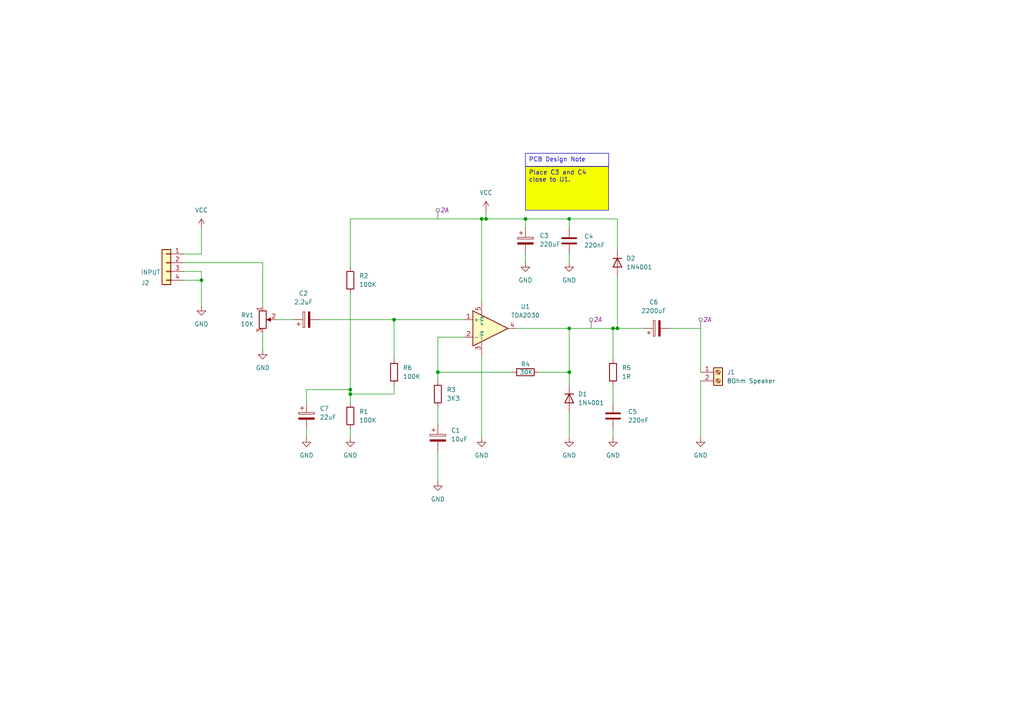
<source format=kicad_sch>
(kicad_sch (version 20231120) (generator "eeschema") (generator_version "8.0")
  (paper "A4")
  (lib_symbols
    (symbol "Amplifier_Audio:TDA2030" (pin_names (offset 0.127))
      (property "Reference" "U" (at 3.81 6.35 0))
      (property "Value" "TDA2030" (at 3.81 3.81 0))
      (symbol "TDA2030_0_1"
        (polyline (pts (xy -5.08 5.08) (xy 5.08 0) (xy -5.08 -5.08) (xy -5.08 5.08)) (stroke (width 0.254)) (fill (type background)))
      )
      (symbol "TDA2030_1_1"
        (pin input line (at -7.62 2.54 0) (length 2.54) (name "+") (number "1"))
        (pin input line (at -7.62 -2.54 0) (length 2.54) (name "-") (number "2"))
        (pin power_in line (at -2.54 -7.62 90) (length 3.81) (name "-Vs") (number "3"))
        (pin output line (at 7.62 0 180) (length 2.54) (name "~") (number "4"))
        (pin power_in line (at -2.54 7.62 270) (length 3.81) (name "+Vs") (number "5"))
      )
    )
    (symbol "Connector:Screw_Terminal_01x02" (pin_names (offset 1.016) hide)
      (property "Reference" "J" (at 0 2.54 0))
      (property "Value" "Screw_Terminal_01x02" (at 0 -5.08 0))
      (symbol "Screw_Terminal_01x02_1_1"
        (rectangle (start -1.27 1.27) (end 1.27 -3.81) (stroke (width 0.254)) (fill (type background)))
        (circle (center 0 -2.54) (radius 0.635) (stroke (width 0.1524)))
        (polyline (pts (xy -0.5334 -2.2098) (xy 0.3302 -3.048)) (stroke (width 0.1524)))
        (polyline (pts (xy -0.5334 0.3302) (xy 0.3302 -0.508)) (stroke (width 0.1524)))
        (polyline (pts (xy -0.3556 -2.032) (xy 0.508 -2.8702)) (stroke (width 0.1524)))
        (polyline (pts (xy -0.3556 0.508) (xy 0.508 -0.3302)) (stroke (width 0.1524)))
        (circle (center 0 0) (radius 0.635) (stroke (width 0.1524)))
        (pin passive line (at -5.08 0 0) (length 3.81) (name "Pin_1") (number "1"))
        (pin passive line (at -5.08 -2.54 0) (length 3.81) (name "Pin_2") (number "2"))
      )
    )
    (symbol "Connector_Generic:Conn_01x04" (pin_names (offset 1.016) hide)
      (property "Reference" "J" (at 0 5.08 0))
      (property "Value" "Conn_01x04" (at 0 -7.62 0))
      (symbol "Conn_01x04_1_1"
        (rectangle (start -1.27 -4.953) (end 0 -5.207) (stroke (width 0.1524)))
        (rectangle (start -1.27 -2.413) (end 0 -2.667) (stroke (width 0.1524)))
        (rectangle (start -1.27 0.127) (end 0 -0.127) (stroke (width 0.1524)))
        (rectangle (start -1.27 2.667) (end 0 2.413) (stroke (width 0.1524)))
        (rectangle (start -1.27 3.81) (end 1.27 -6.35) (stroke (width 0.254)) (fill (type background)))
        (pin passive line (at -5.08 2.54 0) (length 3.81) (name "Pin_1") (number "1"))
        (pin passive line (at -5.08 0 0) (length 3.81) (name "Pin_2") (number "2"))
        (pin passive line (at -5.08 -2.54 0) (length 3.81) (name "Pin_3") (number "3"))
        (pin passive line (at -5.08 -5.08 0) (length 3.81) (name "Pin_4") (number "4"))
      )
    )
    (symbol "Device:C" (pin_numbers hide) (pin_names (offset 0.254))
      (property "Reference" "C" (at 0.635 2.54 0))
      (property "Value" "C" (at 0.635 -2.54 0))
      (symbol "C_0_1"
        (polyline (pts (xy -2.032 -0.762) (xy 2.032 -0.762)) (stroke (width 0.508)))
        (polyline (pts (xy -2.032 0.762) (xy 2.032 0.762)) (stroke (width 0.508)))
      )
      (symbol "C_1_1"
        (pin passive line (at 0 3.81 270) (length 2.794) (name "~") (number "1"))
        (pin passive line (at 0 -3.81 90) (length 2.794) (name "~") (number "2"))
      )
    )
    (symbol "Device:C_Polarized" (pin_numbers hide) (pin_names (offset 0.254))
      (property "Reference" "C" (at 0.635 2.54 0))
      (property "Value" "C_Polarized" (at 0.635 -2.54 0))
      (symbol "C_Polarized_0_1"
        (rectangle (start -2.286 0.508) (end 2.286 1.016))
        (polyline (pts (xy -1.778 2.286) (xy -0.762 2.286)))
        (polyline (pts (xy -1.27 2.794) (xy -1.27 1.778)))
        (rectangle (start 2.286 -0.508) (end -2.286 -1.016) (fill (type outline)))
      )
      (symbol "C_Polarized_1_1"
        (pin passive line (at 0 3.81 270) (length 2.794) (name "~") (number "1"))
        (pin passive line (at 0 -3.81 90) (length 2.794) (name "~") (number "2"))
      )
    )
    (symbol "Device:D" (pin_numbers hide) (pin_names (offset 1.016) hide)
      (property "Reference" "D" (at 0 2.54 0))
      (property "Value" "D" (at 0 -2.54 0))
      (symbol "D_0_1"
        (polyline (pts (xy -1.27 1.27) (xy -1.27 -1.27)) (stroke (width 0.254)))
        (polyline (pts (xy 1.27 0) (xy -1.27 0)))
        (polyline (pts (xy 1.27 1.27) (xy 1.27 -1.27) (xy -1.27 0) (xy 1.27 1.27)) (stroke (width 0.254)))
      )
      (symbol "D_1_1"
        (pin passive line (at -3.81 0 0) (length 2.54) (name "K") (number "1"))
        (pin passive line (at 3.81 0 180) (length 2.54) (name "A") (number "2"))
      )
    )
    (symbol "Device:R" (pin_numbers hide) (pin_names (offset 0))
      (property "Reference" "R" (at 2.032 0 90))
      (property "Value" "R" (at 0 0 90))
      (symbol "R_0_1"
        (rectangle (start -1.016 -2.54) (end 1.016 2.54) (stroke (width 0.254)))
      )
      (symbol "R_1_1"
        (pin passive line (at 0 3.81 270) (length 1.27) (name "~") (number "1"))
        (pin passive line (at 0 -3.81 90) (length 1.27) (name "~") (number "2"))
      )
    )
    (symbol "Device:R_Potentiometer" (pin_names (offset 1.016) hide)
      (property "Reference" "RV" (at -4.445 0 90))
      (property "Value" "R_Potentiometer" (at -2.54 0 90))
      (symbol "R_Potentiometer_0_1"
        (polyline (pts (xy 2.54 0) (xy 1.524 0)))
        (polyline (pts (xy 1.143 0) (xy 2.286 0.508) (xy 2.286 -0.508) (xy 1.143 0)) (fill (type outline)))
        (rectangle (start 1.016 2.54) (end -1.016 -2.54) (stroke (width 0.254)))
      )
      (symbol "R_Potentiometer_1_1"
        (pin passive line (at 0 3.81 270) (length 1.27) (name "1") (number "1"))
        (pin passive line (at 3.81 0 180) (length 1.27) (name "2") (number "2"))
        (pin passive line (at 0 -3.81 90) (length 1.27) (name "3") (number "3"))
      )
    )
    (symbol "power:GND" (power) (pin_numbers hide) (pin_names (offset 0) hide)
      (property "Value" "GND" (at 0 -3.81 0))
      (symbol "GND_0_1"
        (polyline (pts (xy 0 0) (xy 0 -1.27) (xy 1.27 -1.27) (xy 0 -2.54) (xy -1.27 -1.27) (xy 0 -1.27)))
      )
      (symbol "GND_1_1"
        (pin power_in line (at 0 0 270) (length 0) (name "~") (number "1"))
      )
    )
    (symbol "power:VCC" (power) (pin_numbers hide) (pin_names (offset 0) hide)
      (property "Value" "VCC" (at 0 3.556 0))
      (symbol "VCC_0_1"
        (polyline (pts (xy -0.762 1.27) (xy 0 2.54)))
        (polyline (pts (xy 0 0) (xy 0 2.54)))
        (polyline (pts (xy 0 2.54) (xy 0.762 1.27)))
      )
      (symbol "VCC_1_1"
        (pin power_in line (at 0 0 90) (length 0) (name "~") (number "1"))
      )
    )
  )
  (junction (at 152.4 63.5))
  (junction (at 139.7 63.5))
  (junction (at 165.1 63.5))
  (junction (at 127 107.95))
  (junction (at 165.1 95.25))
  (junction (at 140.97 63.5))
  (junction (at 101.6 113.03))
  (junction (at 165.1 107.95))
  (junction (at 58.42 81.28))
  (junction (at 179.07 95.25))
  (junction (at 177.8 95.25))
  (junction (at 101.6 114.3))
  (junction (at 114.3 92.71))
  (wire (pts (xy 139.7 102.87) (xy 139.7 127)))
  (wire (pts (xy 76.2 96.52) (xy 76.2 101.6)))
  (wire (pts (xy 177.8 95.25) (xy 177.8 104.14)))
  (wire (pts (xy 179.07 72.39) (xy 179.07 63.5)))
  (wire (pts (xy 88.9 116.84) (xy 88.9 113.03)))
  (wire (pts (xy 58.42 78.74) (xy 58.42 81.28)))
  (wire (pts (xy 179.07 63.5) (xy 165.1 63.5)))
  (wire (pts (xy 139.7 87.63) (xy 139.7 63.5)))
  (wire (pts (xy 53.34 78.74) (xy 58.42 78.74)))
  (wire (pts (xy 152.4 73.66) (xy 152.4 76.2)))
  (wire (pts (xy 140.97 63.5) (xy 152.4 63.5)))
  (wire (pts (xy 203.2 110.49) (xy 203.2 127)))
  (wire (pts (xy 165.1 95.25) (xy 177.8 95.25)))
  (wire (pts (xy 101.6 124.46) (xy 101.6 127)))
  (wire (pts (xy 165.1 73.66) (xy 165.1 76.2)))
  (wire (pts (xy 165.1 119.38) (xy 165.1 127)))
  (wire (pts (xy 179.07 95.25) (xy 186.69 95.25)))
  (wire (pts (xy 127 107.95) (xy 127 110.49)))
  (wire (pts (xy 101.6 77.47) (xy 101.6 63.5)))
  (wire (pts (xy 58.42 81.28) (xy 58.42 88.9)))
  (wire (pts (xy 80.01 92.71) (xy 85.09 92.71)))
  (wire (pts (xy 101.6 63.5) (xy 139.7 63.5)))
  (wire (pts (xy 88.9 124.46) (xy 88.9 127)))
  (wire (pts (xy 152.4 63.5) (xy 165.1 63.5)))
  (wire (pts (xy 134.62 97.79) (xy 127 97.79)))
  (wire (pts (xy 127 107.95) (xy 148.59 107.95)))
  (wire (pts (xy 76.2 88.9) (xy 76.2 76.2)))
  (wire (pts (xy 114.3 92.71) (xy 134.62 92.71)))
  (wire (pts (xy 165.1 107.95) (xy 165.1 95.25)))
  (wire (pts (xy 194.31 95.25) (xy 203.2 95.25)))
  (wire (pts (xy 127 130.81) (xy 127 139.7)))
  (wire (pts (xy 114.3 111.76) (xy 114.3 114.3)))
  (wire (pts (xy 165.1 107.95) (xy 165.1 111.76)))
  (wire (pts (xy 114.3 114.3) (xy 101.6 114.3)))
  (wire (pts (xy 140.97 63.5) (xy 140.97 60.96)))
  (wire (pts (xy 88.9 113.03) (xy 101.6 113.03)))
  (wire (pts (xy 127 97.79) (xy 127 107.95)))
  (wire (pts (xy 53.34 73.66) (xy 58.42 73.66)))
  (wire (pts (xy 127 118.11) (xy 127 123.19)))
  (wire (pts (xy 53.34 81.28) (xy 58.42 81.28)))
  (wire (pts (xy 149.86 95.25) (xy 165.1 95.25)))
  (wire (pts (xy 152.4 63.5) (xy 152.4 66.04)))
  (wire (pts (xy 101.6 85.09) (xy 101.6 113.03)))
  (wire (pts (xy 156.21 107.95) (xy 165.1 107.95)))
  (wire (pts (xy 177.8 95.25) (xy 179.07 95.25)))
  (wire (pts (xy 58.42 66.04) (xy 58.42 73.66)))
  (wire (pts (xy 140.97 63.5) (xy 139.7 63.5)))
  (wire (pts (xy 114.3 104.14) (xy 114.3 92.71)))
  (wire (pts (xy 177.8 111.76) (xy 177.8 116.84)))
  (wire (pts (xy 179.07 80.01) (xy 179.07 95.25)))
  (wire (pts (xy 165.1 63.5) (xy 165.1 66.04)))
  (wire (pts (xy 76.2 76.2) (xy 53.34 76.2)))
  (wire (pts (xy 101.6 114.3) (xy 101.6 116.84)))
  (wire (pts (xy 101.6 113.03) (xy 101.6 114.3)))
  (wire (pts (xy 203.2 95.25) (xy 203.2 107.95)))
  (wire (pts (xy 92.71 92.71) (xy 114.3 92.71)))
  (wire (pts (xy 177.8 124.46) (xy 177.8 127)))
  (text_box "Place C3 and C4 close to U1. " (at 152.4 48.26 0) (size 24.13 12.7) (fill (type color) (color 245 255 1 1)) (effects (font (size 1.27 1.27)) (justify left top)))
  (text_box "PCB Design Note" (at 152.4 44.45 0) (size 24.13 3.81) (effects (font (size 1.27 1.27)) (justify left top)))
  (netclass_flag "" (length 2.54) (shape round) (at 127 63.5 0) (property "Netclass" "2A" (at 127.6985 60.96 0) (effects (font (italic yes)) (justify left))))
  (netclass_flag "" (length 2.54) (shape round) (at 171.45 95.25 0) (property "Netclass" "2A" (at 172.1485 92.71 0) (effects (font (italic yes)) (justify left))))
  (netclass_flag "" (length 2.54) (shape round) (at 203.2 95.25 0) (property "Netclass" "2A" (at 203.8985 92.71 0) (effects (font (italic yes)) (justify left))))
  (symbol (lib_id "Device:R") (at 127 114.3 0) (unit 1)
    (property "Reference" "R3" (at 129.54 113.0299 0) (effects (justify left)))
    (property "Value" "3K3" (at 129.54 115.5699 0) (effects (justify left)))
    (property "Footprint" "Resistor_THT:R_Axial_DIN0207_L6.3mm_D2.5mm_P10.16mm_Horizontal" (effects (hide yes)))
    (property "Description" "Resistor" (effects (hide yes)))
  )
  (symbol (lib_id "Device:C_Polarized") (at 152.4 69.85 0) (unit 1)
    (property "Reference" "C3" (at 156.464 68.326 0) (effects (justify left)))
    (property "Value" "220uF" (at 156.464 70.866 0) (effects (justify left)))
    (property "Footprint" "Capacitor_THT:CP_Radial_D10.0mm_P5.00mm" (effects (hide yes)))
    (property "Description" "Polarized capacitor" (effects (hide yes)))
  )
  (symbol (lib_id "Device:R_Potentiometer") (at 76.2 92.71 0) (unit 1)
    (property "Reference" "RV1" (at 73.66 91.4399 0) (effects (justify right)))
    (property "Value" "10K" (at 73.66 93.9799 0) (effects (justify right)))
    (property "Footprint" "Connector_PinHeader_2.54mm:PinHeader_1x03_P2.54mm_Vertical" (effects (hide yes)))
    (property "Description" "Potentiometer" (effects (hide yes)))
  )
  (symbol (lib_id "Device:C") (at 177.8 120.65 0) (unit 1)
    (property "Reference" "C5" (at 182.118 119.38 0) (effects (justify left)))
    (property "Value" "220nF" (at 182.118 121.92 0) (effects (justify left)))
    (property "Footprint" "Capacitor_THT:C_Axial_L3.8mm_D2.6mm_P7.50mm_Horizontal" (effects (hide yes)))
    (property "Description" "Unpolarized capacitor" (effects (hide yes)))
  )
  (symbol (lib_id "power:GND") (at 88.9 127 0) (unit 1)
    (property "Reference" "#PWR010" (effects (hide yes)))
    (property "Value" "GND" (at 88.9 132.08 0))
    (property "Description" "Power symbol creates a global label with name \"GND\" , ground" (effects (hide yes)))
  )
  (symbol (lib_id "Amplifier_Audio:TDA2030") (at 142.24 95.25 0) (unit 1)
    (property "Reference" "U1" (at 152.4 88.9314 0))
    (property "Value" "TDA2030" (at 152.4 91.4714 0))
    (property "Footprint" "Package_TO_SOT_THT:TO-220-5_P3.4x3.7mm_StaggerOdd_Lead3.8mm_Vertical" (effects (hide yes)))
    (property "Datasheet" "http://www.st.com/resource/en/datasheet/cd00000128.pdf" (effects (hide yes)))
    (property "Description" "14W Hi-Fi Audio Amplifier, TO-220-5" (effects (hide yes)))
  )
  (symbol (lib_id "Device:R") (at 101.6 81.28 0) (unit 1)
    (property "Reference" "R2" (at 104.14 80.0099 0) (effects (justify left)))
    (property "Value" "100K" (at 104.14 82.5499 0) (effects (justify left)))
    (property "Footprint" "Resistor_THT:R_Axial_DIN0207_L6.3mm_D2.5mm_P10.16mm_Horizontal" (effects (hide yes)))
    (property "Description" "Resistor" (effects (hide yes)))
  )
  (symbol (lib_id "Device:D") (at 179.07 76.2 270) (unit 1)
    (property "Reference" "D2" (at 181.61 74.9299 90) (effects (justify left)))
    (property "Value" "1N4001" (at 181.61 77.4699 90) (effects (justify left)))
    (property "Footprint" "Diode_THT:D_DO-15_P10.16mm_Horizontal" (effects (hide yes)))
    (property "Description" "Diode" (effects (hide yes)))
    (property "Sim.Device" "D" (effects (hide yes)))
    (property "Sim.Pins" "1=K 2=A" (effects (hide yes)))
  )
  (symbol (lib_id "Device:R") (at 177.8 107.95 0) (unit 1)
    (property "Reference" "R5" (at 180.34 106.6799 0) (effects (justify left)))
    (property "Value" "1R" (at 180.34 109.2199 0) (effects (justify left)))
    (property "Footprint" "Resistor_THT:R_Axial_DIN0207_L6.3mm_D2.5mm_P10.16mm_Horizontal" (effects (hide yes)))
    (property "Description" "Resistor" (effects (hide yes)))
  )
  (symbol (lib_id "Device:C_Polarized") (at 190.5 95.25 90) (unit 1)
    (property "Reference" "C6" (at 189.611 87.63 90))
    (property "Value" "2200uF" (at 189.611 90.17 90))
    (property "Footprint" "Capacitor_THT:CP_Radial_D16.0mm_P7.50mm" (effects (hide yes)))
    (property "Description" "Polarized capacitor" (effects (hide yes)))
  )
  (symbol (lib_id "Connector_Generic:Conn_01x04") (at 48.26 76.2 0) (mirror y) (unit 1)
    (property "Reference" "J2" (at 42.164 82.042 0))
    (property "Value" "INPUT" (at 43.688 78.994 0))
    (property "Footprint" "Connector_PinHeader_2.54mm:PinHeader_1x04_P2.54mm_Vertical" (effects (hide yes)))
    (property "Description" "Generic connector, single row, 01x04, script generated (kicad-library-utils/schlib/autogen/connector/)" (effects (hide yes)))
  )
  (symbol (lib_id "Device:C") (at 165.1 69.85 0) (unit 1)
    (property "Reference" "C4" (at 169.418 68.58 0) (effects (justify left)))
    (property "Value" "220nF" (at 169.418 71.12 0) (effects (justify left)))
    (property "Footprint" "Capacitor_THT:C_Axial_L3.8mm_D2.6mm_P7.50mm_Horizontal" (effects (hide yes)))
    (property "Description" "Unpolarized capacitor" (effects (hide yes)))
  )
  (symbol (lib_id "Device:R") (at 114.3 107.95 0) (unit 1)
    (property "Reference" "R6" (at 116.84 106.6799 0) (effects (justify left)))
    (property "Value" "100K" (at 116.84 109.2199 0) (effects (justify left)))
    (property "Footprint" "Resistor_THT:R_Axial_DIN0207_L6.3mm_D2.5mm_P10.16mm_Horizontal" (effects (hide yes)))
    (property "Description" "Resistor" (effects (hide yes)))
  )
  (symbol (lib_id "power:GND") (at 165.1 76.2 0) (unit 1)
    (property "Reference" "#PWR08" (effects (hide yes)))
    (property "Value" "GND" (at 165.1 81.28 0))
    (property "Description" "Power symbol creates a global label with name \"GND\" , ground" (effects (hide yes)))
  )
  (symbol (lib_id "power:GND") (at 177.8 127 0) (unit 1)
    (property "Reference" "#PWR02" (effects (hide yes)))
    (property "Value" "GND" (at 177.8 132.08 0))
    (property "Description" "Power symbol creates a global label with name \"GND\" , ground" (effects (hide yes)))
  )
  (symbol (lib_id "Device:C_Polarized") (at 88.9 92.71 90) (unit 1)
    (property "Reference" "C2" (at 88.011 85.09 90))
    (property "Value" "2.2uF" (at 88.011 87.63 90))
    (property "Footprint" "Capacitor_THT:CP_Radial_D4.0mm_P1.50mm" (effects (hide yes)))
    (property "Description" "Polarized capacitor" (effects (hide yes)))
  )
  (symbol (lib_id "power:GND") (at 203.2 127 0) (unit 1)
    (property "Reference" "#PWR03" (effects (hide yes)))
    (property "Value" "GND" (at 203.2 132.08 0))
    (property "Description" "Power symbol creates a global label with name \"GND\" , ground" (effects (hide yes)))
  )
  (symbol (lib_id "power:GND") (at 76.2 101.6 0) (unit 1)
    (property "Reference" "#PWR012" (effects (hide yes)))
    (property "Value" "GND" (at 76.2 106.68 0))
    (property "Description" "Power symbol creates a global label with name \"GND\" , ground" (effects (hide yes)))
  )
  (symbol (lib_id "power:GND") (at 127 139.7 0) (unit 1)
    (property "Reference" "#PWR04" (effects (hide yes)))
    (property "Value" "GND" (at 127 144.78 0))
    (property "Description" "Power symbol creates a global label with name \"GND\" , ground" (effects (hide yes)))
  )
  (symbol (lib_id "Device:D") (at 165.1 115.57 270) (unit 1)
    (property "Reference" "D1" (at 167.64 114.2999 90) (effects (justify left)))
    (property "Value" "1N4001" (at 167.64 116.8399 90) (effects (justify left)))
    (property "Footprint" "Diode_THT:D_DO-15_P10.16mm_Horizontal" (effects (hide yes)))
    (property "Description" "Diode" (effects (hide yes)))
    (property "Sim.Device" "D" (effects (hide yes)))
    (property "Sim.Pins" "1=K 2=A" (effects (hide yes)))
  )
  (symbol (lib_id "power:VCC") (at 58.42 66.04 0) (unit 1)
    (property "Reference" "#PWR06" (effects (hide yes)))
    (property "Value" "VCC" (at 58.42 60.96 0))
    (property "Description" "Power symbol creates a global label with name \"VCC\"" (effects (hide yes)))
  )
  (symbol (lib_id "power:VCC") (at 140.97 60.96 0) (unit 1)
    (property "Reference" "#PWR05" (effects (hide yes)))
    (property "Value" "VCC" (at 140.97 55.88 0))
    (property "Description" "Power symbol creates a global label with name \"VCC\"" (effects (hide yes)))
  )
  (symbol (lib_id "power:GND") (at 165.1 127 0) (unit 1)
    (property "Reference" "#PWR013" (effects (hide yes)))
    (property "Value" "GND" (at 165.1 132.08 0))
    (property "Description" "Power symbol creates a global label with name \"GND\" , ground" (effects (hide yes)))
  )
  (symbol (lib_id "power:GND") (at 58.42 88.9 0) (unit 1)
    (property "Reference" "#PWR011" (effects (hide yes)))
    (property "Value" "GND" (at 58.42 93.98 0))
    (property "Description" "Power symbol creates a global label with name \"GND\" , ground" (effects (hide yes)))
  )
  (symbol (lib_id "Device:R") (at 152.4 107.95 90) (unit 1)
    (property "Reference" "R4" (at 152.4 105.664 90))
    (property "Value" "30K" (at 152.654 107.95 90))
    (property "Footprint" "Resistor_THT:R_Axial_DIN0207_L6.3mm_D2.5mm_P10.16mm_Horizontal" (effects (hide yes)))
    (property "Description" "Resistor" (effects (hide yes)))
  )
  (symbol (lib_id "Device:C_Polarized") (at 88.9 120.65 0) (unit 1)
    (property "Reference" "C7" (at 92.71 118.4909 0) (effects (justify left)))
    (property "Value" "22uF" (at 92.71 121.0309 0) (effects (justify left)))
    (property "Footprint" "Capacitor_THT:CP_Radial_D6.3mm_P2.50mm" (effects (hide yes)))
    (property "Description" "Polarized capacitor" (effects (hide yes)))
  )
  (symbol (lib_id "power:GND") (at 152.4 76.2 0) (unit 1)
    (property "Reference" "#PWR07" (effects (hide yes)))
    (property "Value" "GND" (at 152.4 81.28 0))
    (property "Description" "Power symbol creates a global label with name \"GND\" , ground" (effects (hide yes)))
  )
  (symbol (lib_id "Device:C_Polarized") (at 127 127 0) (unit 1)
    (property "Reference" "C1" (at 130.81 124.8409 0) (effects (justify left)))
    (property "Value" "10uF" (at 130.81 127.3809 0) (effects (justify left)))
    (property "Footprint" "Capacitor_THT:CP_Radial_D5.0mm_P2.50mm" (effects (hide yes)))
    (property "Description" "Polarized capacitor" (effects (hide yes)))
  )
  (symbol (lib_id "Connector:Screw_Terminal_01x02") (at 208.28 107.95 0) (unit 1)
    (property "Reference" "J1" (at 210.82 107.9499 0) (effects (justify left)))
    (property "Value" "8Ohm Speaker" (at 210.82 110.4899 0) (effects (justify left)))
    (property "Footprint" "Connector_PinHeader_2.54mm:PinHeader_1x02_P2.54mm_Vertical" (effects (hide yes)))
    (property "Description" "Generic screw terminal, single row, 01x02, script generated (kicad-library-utils/schlib/autogen/connector/)" (effects (hide yes)))
  )
  (symbol (lib_id "Device:R") (at 101.6 120.65 0) (unit 1)
    (property "Reference" "R1" (at 104.14 119.3799 0) (effects (justify left)))
    (property "Value" "100K" (at 104.14 121.9199 0) (effects (justify left)))
    (property "Footprint" "Resistor_THT:R_Axial_DIN0207_L6.3mm_D2.5mm_P10.16mm_Horizontal" (effects (hide yes)))
    (property "Description" "Resistor" (effects (hide yes)))
  )
  (symbol (lib_id "power:GND") (at 101.6 127 0) (unit 1)
    (property "Reference" "#PWR09" (effects (hide yes)))
    (property "Value" "GND" (at 101.6 132.08 0))
    (property "Description" "Power symbol creates a global label with name \"GND\" , ground" (effects (hide yes)))
  )
  (symbol (lib_id "power:GND") (at 139.7 127 0) (unit 1)
    (property "Reference" "#PWR01" (effects (hide yes)))
    (property "Value" "GND" (at 139.7 132.08 0))
    (property "Description" "Power symbol creates a global label with name \"GND\" , ground" (effects (hide yes)))
  )
)
</source>
